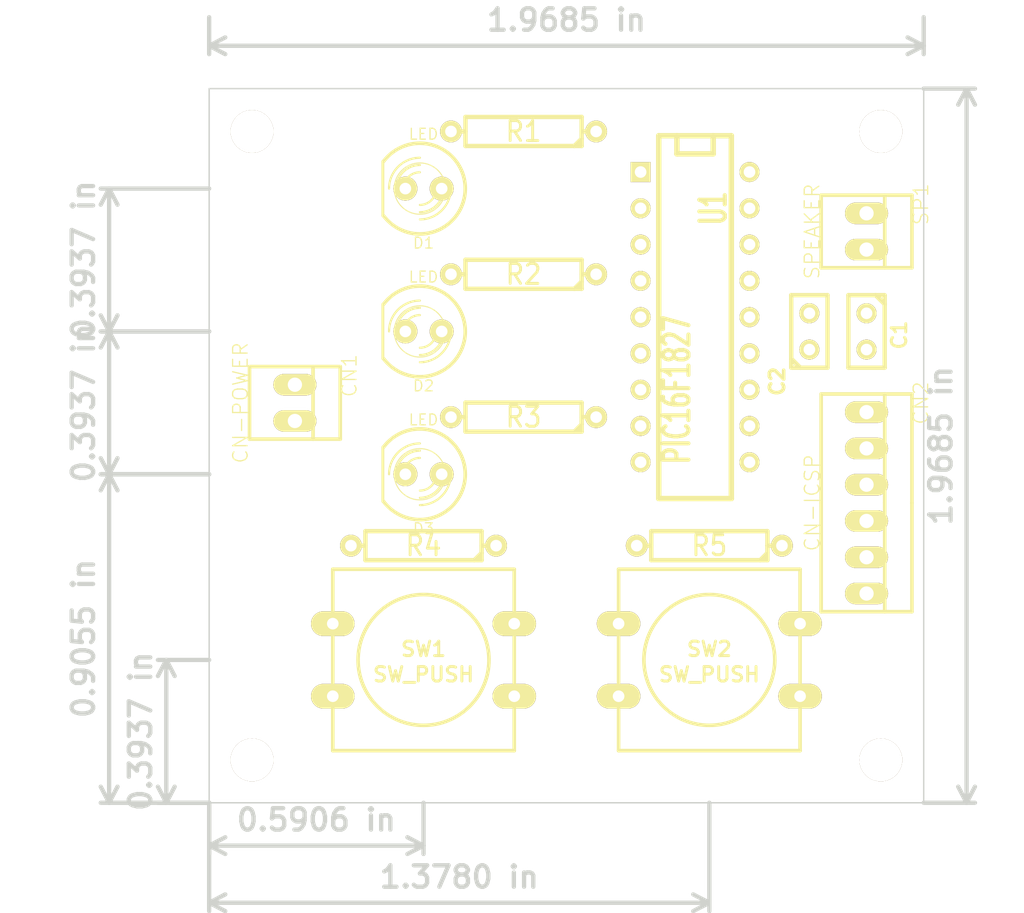
<source format=kicad_pcb>
(kicad_pcb (version 3) (host pcbnew "(2013-07-07 BZR 4022)-stable")

  (general
    (links 33)
    (no_connects 33)
    (area 87.000001 45 159 109.7)
    (thickness 1.6)
    (drawings 12)
    (tracks 0)
    (zones 0)
    (modules 20)
    (nets 17)
  )

  (page A4)
  (title_block 
    (title PIC16F1827_MelodyTimer4)
    (rev 1.0.0)
    (company ClockWorks001)
    (comment 1 PIC16F1827)
  )

  (layers
    (15 F.Cu signal)
    (0 B.Cu signal)
    (16 B.Adhes user)
    (17 F.Adhes user)
    (18 B.Paste user)
    (19 F.Paste user)
    (20 B.SilkS user)
    (21 F.SilkS user)
    (22 B.Mask user)
    (23 F.Mask user)
    (24 Dwgs.User user)
    (25 Cmts.User user)
    (26 Eco1.User user)
    (27 Eco2.User user)
    (28 Edge.Cuts user)
  )

  (setup
    (last_trace_width 0.5)
    (trace_clearance 0.3)
    (zone_clearance 0.508)
    (zone_45_only no)
    (trace_min 0.3)
    (segment_width 0.2)
    (edge_width 0.1)
    (via_size 0.6)
    (via_drill 0.3)
    (via_min_size 0.6)
    (via_min_drill 0.3)
    (uvia_size 0.508)
    (uvia_drill 0.127)
    (uvias_allowed no)
    (uvia_min_size 0.508)
    (uvia_min_drill 0.127)
    (pcb_text_width 0.3)
    (pcb_text_size 1.5 1.5)
    (mod_edge_width 0.15)
    (mod_text_size 1.5 1.5)
    (mod_text_width 0.2)
    (pad_size 1.5 1.5)
    (pad_drill 0.6)
    (pad_to_mask_clearance 0)
    (aux_axis_origin 0 0)
    (visible_elements 7FFFFFFF)
    (pcbplotparams
      (layerselection 3178497)
      (usegerberextensions true)
      (excludeedgelayer true)
      (linewidth 0.150000)
      (plotframeref false)
      (viasonmask false)
      (mode 1)
      (useauxorigin false)
      (hpglpennumber 1)
      (hpglpenspeed 20)
      (hpglpendiameter 15)
      (hpglpenoverlay 2)
      (psnegative false)
      (psa4output false)
      (plotreference true)
      (plotvalue true)
      (plotothertext true)
      (plotinvisibletext false)
      (padsonsilk false)
      (subtractmaskfromsilk false)
      (outputformat 1)
      (mirror false)
      (drillshape 1)
      (scaleselection 1)
      (outputdirectory ""))
  )

  (net 0 "")
  (net 1 +3.3V)
  (net 2 GND)
  (net 3 N-0000011)
  (net 4 N-0000012)
  (net 5 N-0000018)
  (net 6 N-0000019)
  (net 7 N-000002)
  (net 8 N-0000020)
  (net 9 N-0000021)
  (net 10 N-0000022)
  (net 11 N-000003)
  (net 12 N-000004)
  (net 13 N-000005)
  (net 14 N-000007)
  (net 15 N-000008)
  (net 16 N-000009)

  (net_class Default "これは標準のネット クラスです。"
    (clearance 0.3)
    (trace_width 0.5)
    (via_dia 0.6)
    (via_drill 0.3)
    (uvia_dia 0.508)
    (uvia_drill 0.127)
    (add_net "")
    (add_net N-0000011)
    (add_net N-0000012)
    (add_net N-0000018)
    (add_net N-0000019)
    (add_net N-000002)
    (add_net N-0000020)
    (add_net N-0000021)
    (add_net N-0000022)
    (add_net N-000003)
    (add_net N-000004)
    (add_net N-000005)
    (add_net N-000007)
    (add_net N-000008)
    (add_net N-000009)
  )

  (net_class 1.5mmWidth ""
    (clearance 1.3)
    (trace_width 1.5)
    (via_dia 0.6)
    (via_drill 0.3)
    (uvia_dia 0.508)
    (uvia_drill 0.127)
    (add_net +3.3V)
    (add_net GND)
  )

  (net_class 1mmWidth ""
    (clearance 0.8)
    (trace_width 1)
    (via_dia 0.6)
    (via_drill 0.3)
    (uvia_dia 0.508)
    (uvia_drill 0.127)
  )

  (module R4 (layer F.Cu) (tedit 200000) (tstamp 54F6673F)
    (at 122 53 180)
    (descr "Resitance 4 pas")
    (tags R)
    (path /54E936B1)
    (autoplace_cost180 10)
    (fp_text reference R1 (at 0 0 180) (layer F.SilkS)
      (effects (font (size 1.397 1.27) (thickness 0.2032)))
    )
    (fp_text value 330 (at 0 0 180) (layer F.SilkS) hide
      (effects (font (size 1.397 1.27) (thickness 0.2032)))
    )
    (fp_line (start -5.08 0) (end -4.064 0) (layer F.SilkS) (width 0.3048))
    (fp_line (start -4.064 0) (end -4.064 -1.016) (layer F.SilkS) (width 0.3048))
    (fp_line (start -4.064 -1.016) (end 4.064 -1.016) (layer F.SilkS) (width 0.3048))
    (fp_line (start 4.064 -1.016) (end 4.064 1.016) (layer F.SilkS) (width 0.3048))
    (fp_line (start 4.064 1.016) (end -4.064 1.016) (layer F.SilkS) (width 0.3048))
    (fp_line (start -4.064 1.016) (end -4.064 0) (layer F.SilkS) (width 0.3048))
    (fp_line (start -4.064 -0.508) (end -3.556 -1.016) (layer F.SilkS) (width 0.3048))
    (fp_line (start 5.08 0) (end 4.064 0) (layer F.SilkS) (width 0.3048))
    (pad 1 thru_hole circle (at -5.08 0 180) (size 1.524 1.524) (drill 0.8128)
      (layers *.Cu *.Mask F.SilkS)
      (net 5 N-0000018)
    )
    (pad 2 thru_hole circle (at 5.08 0 180) (size 1.524 1.524) (drill 0.8128)
      (layers *.Cu *.Mask F.SilkS)
      (net 6 N-0000019)
    )
    (model discret/resistor.wrl
      (at (xyz 0 0 0))
      (scale (xyz 0.4 0.4 0.4))
      (rotate (xyz 0 0 0))
    )
  )

  (module R4 (layer F.Cu) (tedit 200000) (tstamp 54F66721)
    (at 122 63 180)
    (descr "Resitance 4 pas")
    (tags R)
    (path /54E936CD)
    (autoplace_cost180 10)
    (fp_text reference R2 (at 0 0 180) (layer F.SilkS)
      (effects (font (size 1.397 1.27) (thickness 0.2032)))
    )
    (fp_text value 330 (at 0 0 180) (layer F.SilkS) hide
      (effects (font (size 1.397 1.27) (thickness 0.2032)))
    )
    (fp_line (start -5.08 0) (end -4.064 0) (layer F.SilkS) (width 0.3048))
    (fp_line (start -4.064 0) (end -4.064 -1.016) (layer F.SilkS) (width 0.3048))
    (fp_line (start -4.064 -1.016) (end 4.064 -1.016) (layer F.SilkS) (width 0.3048))
    (fp_line (start 4.064 -1.016) (end 4.064 1.016) (layer F.SilkS) (width 0.3048))
    (fp_line (start 4.064 1.016) (end -4.064 1.016) (layer F.SilkS) (width 0.3048))
    (fp_line (start -4.064 1.016) (end -4.064 0) (layer F.SilkS) (width 0.3048))
    (fp_line (start -4.064 -0.508) (end -3.556 -1.016) (layer F.SilkS) (width 0.3048))
    (fp_line (start 5.08 0) (end 4.064 0) (layer F.SilkS) (width 0.3048))
    (pad 1 thru_hole circle (at -5.08 0 180) (size 1.524 1.524) (drill 0.8128)
      (layers *.Cu *.Mask F.SilkS)
      (net 15 N-000008)
    )
    (pad 2 thru_hole circle (at 5.08 0 180) (size 1.524 1.524) (drill 0.8128)
      (layers *.Cu *.Mask F.SilkS)
      (net 8 N-0000020)
    )
    (model discret/resistor.wrl
      (at (xyz 0 0 0))
      (scale (xyz 0.4 0.4 0.4))
      (rotate (xyz 0 0 0))
    )
  )

  (module R4 (layer F.Cu) (tedit 200000) (tstamp 54F72914)
    (at 122 73 180)
    (descr "Resitance 4 pas")
    (tags R)
    (path /54E936EC)
    (autoplace_cost180 10)
    (fp_text reference R3 (at 0 0 180) (layer F.SilkS)
      (effects (font (size 1.397 1.27) (thickness 0.2032)))
    )
    (fp_text value 330 (at 0 0 180) (layer F.SilkS) hide
      (effects (font (size 1.397 1.27) (thickness 0.2032)))
    )
    (fp_line (start -5.08 0) (end -4.064 0) (layer F.SilkS) (width 0.3048))
    (fp_line (start -4.064 0) (end -4.064 -1.016) (layer F.SilkS) (width 0.3048))
    (fp_line (start -4.064 -1.016) (end 4.064 -1.016) (layer F.SilkS) (width 0.3048))
    (fp_line (start 4.064 -1.016) (end 4.064 1.016) (layer F.SilkS) (width 0.3048))
    (fp_line (start 4.064 1.016) (end -4.064 1.016) (layer F.SilkS) (width 0.3048))
    (fp_line (start -4.064 1.016) (end -4.064 0) (layer F.SilkS) (width 0.3048))
    (fp_line (start -4.064 -0.508) (end -3.556 -1.016) (layer F.SilkS) (width 0.3048))
    (fp_line (start 5.08 0) (end 4.064 0) (layer F.SilkS) (width 0.3048))
    (pad 1 thru_hole circle (at -5.08 0 180) (size 1.524 1.524) (drill 0.8128)
      (layers *.Cu *.Mask F.SilkS)
      (net 16 N-000009)
    )
    (pad 2 thru_hole circle (at 5.08 0 180) (size 1.524 1.524) (drill 0.8128)
      (layers *.Cu *.Mask F.SilkS)
      (net 9 N-0000021)
    )
    (model discret/resistor.wrl
      (at (xyz 0 0 0))
      (scale (xyz 0.4 0.4 0.4))
      (rotate (xyz 0 0 0))
    )
  )

  (module R4 (layer F.Cu) (tedit 200000) (tstamp 54F666E5)
    (at 135 82 180)
    (descr "Resitance 4 pas")
    (tags R)
    (path /54E93E26)
    (autoplace_cost180 10)
    (fp_text reference R5 (at 0 0 180) (layer F.SilkS)
      (effects (font (size 1.397 1.27) (thickness 0.2032)))
    )
    (fp_text value 10K (at 0 0 180) (layer F.SilkS) hide
      (effects (font (size 1.397 1.27) (thickness 0.2032)))
    )
    (fp_line (start -5.08 0) (end -4.064 0) (layer F.SilkS) (width 0.3048))
    (fp_line (start -4.064 0) (end -4.064 -1.016) (layer F.SilkS) (width 0.3048))
    (fp_line (start -4.064 -1.016) (end 4.064 -1.016) (layer F.SilkS) (width 0.3048))
    (fp_line (start 4.064 -1.016) (end 4.064 1.016) (layer F.SilkS) (width 0.3048))
    (fp_line (start 4.064 1.016) (end -4.064 1.016) (layer F.SilkS) (width 0.3048))
    (fp_line (start -4.064 1.016) (end -4.064 0) (layer F.SilkS) (width 0.3048))
    (fp_line (start -4.064 -0.508) (end -3.556 -1.016) (layer F.SilkS) (width 0.3048))
    (fp_line (start 5.08 0) (end 4.064 0) (layer F.SilkS) (width 0.3048))
    (pad 1 thru_hole circle (at -5.08 0 180) (size 1.524 1.524) (drill 0.8128)
      (layers *.Cu *.Mask F.SilkS)
      (net 10 N-0000022)
    )
    (pad 2 thru_hole circle (at 5.08 0 180) (size 1.524 1.524) (drill 0.8128)
      (layers *.Cu *.Mask F.SilkS)
      (net 1 +3.3V)
    )
    (model discret/resistor.wrl
      (at (xyz 0 0 0))
      (scale (xyz 0.4 0.4 0.4))
      (rotate (xyz 0 0 0))
    )
  )

  (module R4 (layer F.Cu) (tedit 200000) (tstamp 54F666C7)
    (at 115 82 180)
    (descr "Resitance 4 pas")
    (tags R)
    (path /54E93F69)
    (autoplace_cost180 10)
    (fp_text reference R4 (at 0 0 180) (layer F.SilkS)
      (effects (font (size 1.397 1.27) (thickness 0.2032)))
    )
    (fp_text value 10K (at 0 0 180) (layer F.SilkS) hide
      (effects (font (size 1.397 1.27) (thickness 0.2032)))
    )
    (fp_line (start -5.08 0) (end -4.064 0) (layer F.SilkS) (width 0.3048))
    (fp_line (start -4.064 0) (end -4.064 -1.016) (layer F.SilkS) (width 0.3048))
    (fp_line (start -4.064 -1.016) (end 4.064 -1.016) (layer F.SilkS) (width 0.3048))
    (fp_line (start 4.064 -1.016) (end 4.064 1.016) (layer F.SilkS) (width 0.3048))
    (fp_line (start 4.064 1.016) (end -4.064 1.016) (layer F.SilkS) (width 0.3048))
    (fp_line (start -4.064 1.016) (end -4.064 0) (layer F.SilkS) (width 0.3048))
    (fp_line (start -4.064 -0.508) (end -3.556 -1.016) (layer F.SilkS) (width 0.3048))
    (fp_line (start 5.08 0) (end 4.064 0) (layer F.SilkS) (width 0.3048))
    (pad 1 thru_hole circle (at -5.08 0 180) (size 1.524 1.524) (drill 0.8128)
      (layers *.Cu *.Mask F.SilkS)
      (net 7 N-000002)
    )
    (pad 2 thru_hole circle (at 5.08 0 180) (size 1.524 1.524) (drill 0.8128)
      (layers *.Cu *.Mask F.SilkS)
      (net 1 +3.3V)
    )
    (model discret/resistor.wrl
      (at (xyz 0 0 0))
      (scale (xyz 0.4 0.4 0.4))
      (rotate (xyz 0 0 0))
    )
  )

  (module SW_PUSH-12mm (layer F.Cu) (tedit 4C612761) (tstamp 54F66777)
    (at 115 90)
    (path /54E93502)
    (fp_text reference SW1 (at 0 -0.762) (layer F.SilkS)
      (effects (font (size 1.016 1.016) (thickness 0.2032)))
    )
    (fp_text value SW_PUSH (at 0 1.016) (layer F.SilkS)
      (effects (font (size 1.016 1.016) (thickness 0.2032)))
    )
    (fp_circle (center 0 0) (end 3.81 2.54) (layer F.SilkS) (width 0.254))
    (fp_line (start -6.35 -6.35) (end 6.35 -6.35) (layer F.SilkS) (width 0.254))
    (fp_line (start 6.35 -6.35) (end 6.35 6.35) (layer F.SilkS) (width 0.254))
    (fp_line (start 6.35 6.35) (end -6.35 6.35) (layer F.SilkS) (width 0.254))
    (fp_line (start -6.35 6.35) (end -6.35 -6.35) (layer F.SilkS) (width 0.254))
    (pad 1 thru_hole oval (at 6.35 -2.54) (size 3.048 1.7272) (drill 0.8128)
      (layers *.Cu *.Mask F.SilkS)
      (net 2 GND)
    )
    (pad 2 thru_hole oval (at 6.35 2.54) (size 3.048 1.7272) (drill 0.8128)
      (layers *.Cu *.Mask F.SilkS)
      (net 7 N-000002)
    )
    (pad 1 thru_hole oval (at -6.35 -2.54) (size 3.048 1.7272) (drill 0.8128)
      (layers *.Cu *.Mask F.SilkS)
      (net 2 GND)
    )
    (pad 2 thru_hole oval (at -6.35 2.54) (size 3.048 1.7272) (drill 0.8128)
      (layers *.Cu *.Mask F.SilkS)
      (net 7 N-000002)
    )
  )

  (module SW_PUSH-12mm (layer F.Cu) (tedit 4C612761) (tstamp 54F6675B)
    (at 135 90)
    (path /54E9355A)
    (fp_text reference SW2 (at 0 -0.762) (layer F.SilkS)
      (effects (font (size 1.016 1.016) (thickness 0.2032)))
    )
    (fp_text value SW_PUSH (at 0 1.016) (layer F.SilkS)
      (effects (font (size 1.016 1.016) (thickness 0.2032)))
    )
    (fp_circle (center 0 0) (end 3.81 2.54) (layer F.SilkS) (width 0.254))
    (fp_line (start -6.35 -6.35) (end 6.35 -6.35) (layer F.SilkS) (width 0.254))
    (fp_line (start 6.35 -6.35) (end 6.35 6.35) (layer F.SilkS) (width 0.254))
    (fp_line (start 6.35 6.35) (end -6.35 6.35) (layer F.SilkS) (width 0.254))
    (fp_line (start -6.35 6.35) (end -6.35 -6.35) (layer F.SilkS) (width 0.254))
    (pad 1 thru_hole oval (at 6.35 -2.54) (size 3.048 1.7272) (drill 0.8128)
      (layers *.Cu *.Mask F.SilkS)
      (net 2 GND)
    )
    (pad 2 thru_hole oval (at 6.35 2.54) (size 3.048 1.7272) (drill 0.8128)
      (layers *.Cu *.Mask F.SilkS)
      (net 10 N-0000022)
    )
    (pad 1 thru_hole oval (at -6.35 -2.54) (size 3.048 1.7272) (drill 0.8128)
      (layers *.Cu *.Mask F.SilkS)
      (net 2 GND)
    )
    (pad 2 thru_hole oval (at -6.35 2.54) (size 3.048 1.7272) (drill 0.8128)
      (layers *.Cu *.Mask F.SilkS)
      (net 10 N-0000022)
    )
  )

  (module PINHEAD1-6 (layer F.Cu) (tedit 4C5EDF69) (tstamp 54F666A9)
    (at 146 79 270)
    (path /54E94800)
    (attr virtual)
    (fp_text reference CN2 (at -6.985 -3.81 270) (layer F.SilkS)
      (effects (font (size 1.016 1.016) (thickness 0.0889)))
    )
    (fp_text value CN-ICSP (at 0 3.81 270) (layer F.SilkS)
      (effects (font (size 1.016 1.016) (thickness 0.0889)))
    )
    (fp_line (start 0 3.175) (end 7.62 3.175) (layer F.SilkS) (width 0.254))
    (fp_line (start 0 -1.27) (end 7.62 -1.27) (layer F.SilkS) (width 0.254))
    (fp_line (start 0 -3.175) (end 7.62 -3.175) (layer F.SilkS) (width 0.254))
    (fp_line (start -7.62 -3.175) (end -7.62 3.175) (layer F.SilkS) (width 0.254))
    (fp_line (start 7.62 -3.175) (end 7.62 3.175) (layer F.SilkS) (width 0.254))
    (fp_line (start 0 -1.27) (end -7.62 -1.27) (layer F.SilkS) (width 0.254))
    (fp_line (start -7.62 -3.175) (end 0 -3.175) (layer F.SilkS) (width 0.254))
    (fp_line (start 0 3.175) (end -7.62 3.175) (layer F.SilkS) (width 0.254))
    (pad 1 thru_hole oval (at -6.35 0 270) (size 1.50622 3.01498) (drill 0.99822)
      (layers *.Cu F.Paste F.SilkS F.Mask)
      (net 13 N-000005)
    )
    (pad 2 thru_hole oval (at -3.81 0 270) (size 1.50622 3.01498) (drill 0.99822)
      (layers *.Cu F.Paste F.SilkS F.Mask)
      (net 1 +3.3V)
    )
    (pad 3 thru_hole oval (at -1.27 0 270) (size 1.50622 3.01498) (drill 0.99822)
      (layers *.Cu F.Paste F.SilkS F.Mask)
      (net 2 GND)
    )
    (pad 4 thru_hole oval (at 1.27 0 270) (size 1.50622 3.01498) (drill 0.99822)
      (layers *.Cu F.Paste F.SilkS F.Mask)
      (net 4 N-0000012)
    )
    (pad 5 thru_hole oval (at 3.81 0 270) (size 1.50622 3.01498) (drill 0.99822)
      (layers *.Cu F.Paste F.SilkS F.Mask)
      (net 14 N-000007)
    )
    (pad 6 thru_hole oval (at 6.35 0 270) (size 1.50622 3.01498) (drill 0.99822)
      (layers *.Cu F.Paste F.SilkS F.Mask)
    )
  )

  (module PINHEAD1-2 (layer F.Cu) (tedit 4C5EDFB2) (tstamp 54F66683)
    (at 106 72 270)
    (path /54E9481E)
    (attr virtual)
    (fp_text reference CN1 (at -1.905 -3.81 270) (layer F.SilkS)
      (effects (font (size 1.016 1.016) (thickness 0.0889)))
    )
    (fp_text value CN-POWER (at 0 3.81 270) (layer F.SilkS)
      (effects (font (size 1.016 1.016) (thickness 0.0889)))
    )
    (fp_line (start 2.54 -1.27) (end -2.54 -1.27) (layer F.SilkS) (width 0.254))
    (fp_line (start 2.54 3.175) (end -2.54 3.175) (layer F.SilkS) (width 0.254))
    (fp_line (start -2.54 -3.175) (end 2.54 -3.175) (layer F.SilkS) (width 0.254))
    (fp_line (start -2.54 -3.175) (end -2.54 3.175) (layer F.SilkS) (width 0.254))
    (fp_line (start 2.54 -3.175) (end 2.54 3.175) (layer F.SilkS) (width 0.254))
    (pad 1 thru_hole oval (at -1.27 0 270) (size 1.50622 3.01498) (drill 0.99822)
      (layers *.Cu F.Paste F.SilkS F.Mask)
      (net 1 +3.3V)
    )
    (pad 2 thru_hole oval (at 1.27 0 270) (size 1.50622 3.01498) (drill 0.99822)
      (layers *.Cu F.Paste F.SilkS F.Mask)
      (net 2 GND)
    )
  )

  (module PINHEAD1-2 (layer F.Cu) (tedit 4C5EDFB2) (tstamp 54F6666B)
    (at 146 60 270)
    (path /54E95E92)
    (attr virtual)
    (fp_text reference SP1 (at -1.905 -3.81 270) (layer F.SilkS)
      (effects (font (size 1.016 1.016) (thickness 0.0889)))
    )
    (fp_text value SPEAKER (at 0 3.81 270) (layer F.SilkS)
      (effects (font (size 1.016 1.016) (thickness 0.0889)))
    )
    (fp_line (start 2.54 -1.27) (end -2.54 -1.27) (layer F.SilkS) (width 0.254))
    (fp_line (start 2.54 3.175) (end -2.54 3.175) (layer F.SilkS) (width 0.254))
    (fp_line (start -2.54 -3.175) (end 2.54 -3.175) (layer F.SilkS) (width 0.254))
    (fp_line (start -2.54 -3.175) (end -2.54 3.175) (layer F.SilkS) (width 0.254))
    (fp_line (start 2.54 -3.175) (end 2.54 3.175) (layer F.SilkS) (width 0.254))
    (pad 1 thru_hole oval (at -1.27 0 270) (size 1.50622 3.01498) (drill 0.99822)
      (layers *.Cu F.Paste F.SilkS F.Mask)
      (net 3 N-0000011)
    )
    (pad 2 thru_hole oval (at 1.27 0 270) (size 1.50622 3.01498) (drill 0.99822)
      (layers *.Cu F.Paste F.SilkS F.Mask)
      (net 12 N-000004)
    )
  )

  (module LED-5MM (layer F.Cu) (tedit 50ADE86B) (tstamp 54F66653)
    (at 115 57 180)
    (descr "LED 5mm - Lead pitch 100mil (2,54mm)")
    (tags "LED led 5mm 5MM 100mil 2,54mm")
    (path /54E93581)
    (fp_text reference D1 (at 0 -3.81 180) (layer F.SilkS)
      (effects (font (size 0.762 0.762) (thickness 0.0889)))
    )
    (fp_text value LED (at 0 3.81 180) (layer F.SilkS)
      (effects (font (size 0.762 0.762) (thickness 0.0889)))
    )
    (fp_line (start 2.8448 1.905) (end 2.8448 -1.905) (layer F.SilkS) (width 0.2032))
    (fp_circle (center 0.254 0) (end -1.016 1.27) (layer F.SilkS) (width 0.0762))
    (fp_arc (start 0.254 0) (end 2.794 1.905) (angle 286.2) (layer F.SilkS) (width 0.254))
    (fp_arc (start 0.254 0) (end -0.889 0) (angle 90) (layer F.SilkS) (width 0.1524))
    (fp_arc (start 0.254 0) (end 1.397 0) (angle 90) (layer F.SilkS) (width 0.1524))
    (fp_arc (start 0.254 0) (end -1.397 0) (angle 90) (layer F.SilkS) (width 0.1524))
    (fp_arc (start 0.254 0) (end 1.905 0) (angle 90) (layer F.SilkS) (width 0.1524))
    (fp_arc (start 0.254 0) (end -1.905 0) (angle 90) (layer F.SilkS) (width 0.1524))
    (fp_arc (start 0.254 0) (end 2.413 0) (angle 90) (layer F.SilkS) (width 0.1524))
    (pad 1 thru_hole circle (at -1.27 0 180) (size 1.6764 1.6764) (drill 0.8128)
      (layers *.Cu *.Mask F.SilkS)
      (net 6 N-0000019)
    )
    (pad 2 thru_hole circle (at 1.27 0 180) (size 1.6764 1.6764) (drill 0.8128)
      (layers *.Cu *.Mask F.SilkS)
      (net 2 GND)
    )
    (model discret/leds/led5_vertical_verde.wrl
      (at (xyz 0 0 0))
      (scale (xyz 1 1 1))
      (rotate (xyz 0 0 0))
    )
  )

  (module LED-5MM (layer F.Cu) (tedit 50ADE86B) (tstamp 54F66633)
    (at 115 67 180)
    (descr "LED 5mm - Lead pitch 100mil (2,54mm)")
    (tags "LED led 5mm 5MM 100mil 2,54mm")
    (path /54E935C4)
    (fp_text reference D2 (at 0 -3.81 180) (layer F.SilkS)
      (effects (font (size 0.762 0.762) (thickness 0.0889)))
    )
    (fp_text value LED (at 0 3.81 180) (layer F.SilkS)
      (effects (font (size 0.762 0.762) (thickness 0.0889)))
    )
    (fp_line (start 2.8448 1.905) (end 2.8448 -1.905) (layer F.SilkS) (width 0.2032))
    (fp_circle (center 0.254 0) (end -1.016 1.27) (layer F.SilkS) (width 0.0762))
    (fp_arc (start 0.254 0) (end 2.794 1.905) (angle 286.2) (layer F.SilkS) (width 0.254))
    (fp_arc (start 0.254 0) (end -0.889 0) (angle 90) (layer F.SilkS) (width 0.1524))
    (fp_arc (start 0.254 0) (end 1.397 0) (angle 90) (layer F.SilkS) (width 0.1524))
    (fp_arc (start 0.254 0) (end -1.397 0) (angle 90) (layer F.SilkS) (width 0.1524))
    (fp_arc (start 0.254 0) (end 1.905 0) (angle 90) (layer F.SilkS) (width 0.1524))
    (fp_arc (start 0.254 0) (end -1.905 0) (angle 90) (layer F.SilkS) (width 0.1524))
    (fp_arc (start 0.254 0) (end 2.413 0) (angle 90) (layer F.SilkS) (width 0.1524))
    (pad 1 thru_hole circle (at -1.27 0 180) (size 1.6764 1.6764) (drill 0.8128)
      (layers *.Cu *.Mask F.SilkS)
      (net 8 N-0000020)
    )
    (pad 2 thru_hole circle (at 1.27 0 180) (size 1.6764 1.6764) (drill 0.8128)
      (layers *.Cu *.Mask F.SilkS)
      (net 2 GND)
    )
    (model discret/leds/led5_vertical_verde.wrl
      (at (xyz 0 0 0))
      (scale (xyz 1 1 1))
      (rotate (xyz 0 0 0))
    )
  )

  (module LED-5MM (layer F.Cu) (tedit 50ADE86B) (tstamp 54F66613)
    (at 115 77 180)
    (descr "LED 5mm - Lead pitch 100mil (2,54mm)")
    (tags "LED led 5mm 5MM 100mil 2,54mm")
    (path /54E935CC)
    (fp_text reference D3 (at 0 -3.81 180) (layer F.SilkS)
      (effects (font (size 0.762 0.762) (thickness 0.0889)))
    )
    (fp_text value LED (at 0 3.81 180) (layer F.SilkS)
      (effects (font (size 0.762 0.762) (thickness 0.0889)))
    )
    (fp_line (start 2.8448 1.905) (end 2.8448 -1.905) (layer F.SilkS) (width 0.2032))
    (fp_circle (center 0.254 0) (end -1.016 1.27) (layer F.SilkS) (width 0.0762))
    (fp_arc (start 0.254 0) (end 2.794 1.905) (angle 286.2) (layer F.SilkS) (width 0.254))
    (fp_arc (start 0.254 0) (end -0.889 0) (angle 90) (layer F.SilkS) (width 0.1524))
    (fp_arc (start 0.254 0) (end 1.397 0) (angle 90) (layer F.SilkS) (width 0.1524))
    (fp_arc (start 0.254 0) (end -1.397 0) (angle 90) (layer F.SilkS) (width 0.1524))
    (fp_arc (start 0.254 0) (end 1.905 0) (angle 90) (layer F.SilkS) (width 0.1524))
    (fp_arc (start 0.254 0) (end -1.905 0) (angle 90) (layer F.SilkS) (width 0.1524))
    (fp_arc (start 0.254 0) (end 2.413 0) (angle 90) (layer F.SilkS) (width 0.1524))
    (pad 1 thru_hole circle (at -1.27 0 180) (size 1.6764 1.6764) (drill 0.8128)
      (layers *.Cu *.Mask F.SilkS)
      (net 9 N-0000021)
    )
    (pad 2 thru_hole circle (at 1.27 0 180) (size 1.6764 1.6764) (drill 0.8128)
      (layers *.Cu *.Mask F.SilkS)
      (net 2 GND)
    )
    (model discret/leds/led5_vertical_verde.wrl
      (at (xyz 0 0 0))
      (scale (xyz 1 1 1))
      (rotate (xyz 0 0 0))
    )
  )

  (module DIP-18__300 (layer F.Cu) (tedit 200000) (tstamp 54F665F3)
    (at 134 66 270)
    (descr "8 pins DIL package, round pads")
    (path /54E933CD)
    (fp_text reference U1 (at -7.62 -1.27 270) (layer F.SilkS)
      (effects (font (size 1.778 1.143) (thickness 0.3048)))
    )
    (fp_text value PIC16F1827 (at 5.08 1.27 270) (layer F.SilkS)
      (effects (font (size 1.778 1.143) (thickness 0.3048)))
    )
    (fp_line (start -12.7 -1.27) (end -11.43 -1.27) (layer F.SilkS) (width 0.381))
    (fp_line (start -11.43 -1.27) (end -11.43 1.27) (layer F.SilkS) (width 0.381))
    (fp_line (start -11.43 1.27) (end -12.7 1.27) (layer F.SilkS) (width 0.381))
    (fp_line (start -12.7 -2.54) (end 12.7 -2.54) (layer F.SilkS) (width 0.381))
    (fp_line (start 12.7 -2.54) (end 12.7 2.54) (layer F.SilkS) (width 0.381))
    (fp_line (start 12.7 2.54) (end -12.7 2.54) (layer F.SilkS) (width 0.381))
    (fp_line (start -12.7 2.54) (end -12.7 -2.54) (layer F.SilkS) (width 0.381))
    (pad 1 thru_hole rect (at -10.16 3.81 270) (size 1.397 1.397) (drill 0.8128)
      (layers *.Cu *.Mask F.SilkS)
    )
    (pad 2 thru_hole circle (at -7.62 3.81 270) (size 1.397 1.397) (drill 0.8128)
      (layers *.Cu *.Mask F.SilkS)
    )
    (pad 3 thru_hole circle (at -5.08 3.81 270) (size 1.397 1.397) (drill 0.8128)
      (layers *.Cu *.Mask F.SilkS)
      (net 7 N-000002)
    )
    (pad 4 thru_hole circle (at -2.54 3.81 270) (size 1.397 1.397) (drill 0.8128)
      (layers *.Cu *.Mask F.SilkS)
      (net 13 N-000005)
    )
    (pad 5 thru_hole circle (at 0 3.81 270) (size 1.397 1.397) (drill 0.8128)
      (layers *.Cu *.Mask F.SilkS)
      (net 2 GND)
    )
    (pad 6 thru_hole circle (at 2.54 3.81 270) (size 1.397 1.397) (drill 0.8128)
      (layers *.Cu *.Mask F.SilkS)
      (net 10 N-0000022)
    )
    (pad 7 thru_hole circle (at 5.08 3.81 270) (size 1.397 1.397) (drill 0.8128)
      (layers *.Cu *.Mask F.SilkS)
      (net 5 N-0000018)
    )
    (pad 8 thru_hole circle (at 7.62 3.81 270) (size 1.397 1.397) (drill 0.8128)
      (layers *.Cu *.Mask F.SilkS)
      (net 15 N-000008)
    )
    (pad 9 thru_hole circle (at 10.16 3.81 270) (size 1.397 1.397) (drill 0.8128)
      (layers *.Cu *.Mask F.SilkS)
      (net 16 N-000009)
    )
    (pad 10 thru_hole circle (at 10.16 -3.81 270) (size 1.397 1.397) (drill 0.8128)
      (layers *.Cu *.Mask F.SilkS)
    )
    (pad 11 thru_hole circle (at 7.62 -3.81 270) (size 1.397 1.397) (drill 0.8128)
      (layers *.Cu *.Mask F.SilkS)
    )
    (pad 12 thru_hole circle (at 5.08 -3.81 270) (size 1.397 1.397) (drill 0.8128)
      (layers *.Cu *.Mask F.SilkS)
      (net 14 N-000007)
    )
    (pad 13 thru_hole circle (at 2.54 -3.81 270) (size 1.397 1.397) (drill 0.8128)
      (layers *.Cu *.Mask F.SilkS)
      (net 4 N-0000012)
    )
    (pad 14 thru_hole circle (at 0 -3.81 270) (size 1.397 1.397) (drill 0.8128)
      (layers *.Cu *.Mask F.SilkS)
      (net 1 +3.3V)
    )
    (pad 15 thru_hole circle (at -2.54 -3.81 270) (size 1.397 1.397) (drill 0.8128)
      (layers *.Cu *.Mask F.SilkS)
      (net 11 N-000003)
    )
    (pad 16 thru_hole circle (at -5.08 -3.81 270) (size 1.397 1.397) (drill 0.8128)
      (layers *.Cu *.Mask F.SilkS)
      (net 3 N-0000011)
    )
    (pad 17 thru_hole circle (at -7.62 -3.81 270) (size 1.397 1.397) (drill 0.8128)
      (layers *.Cu *.Mask F.SilkS)
    )
    (pad 18 thru_hole circle (at -10.16 -3.81 270) (size 1.397 1.397) (drill 0.8128)
      (layers *.Cu *.Mask F.SilkS)
    )
    (model dil/dil_18.wrl
      (at (xyz 0 0 0))
      (scale (xyz 1 1 1))
      (rotate (xyz 0 0 0))
    )
  )

  (module C1 (layer F.Cu) (tedit 3F92C496) (tstamp 54F665B7)
    (at 146 67 270)
    (descr "Condensateur e = 1 pas")
    (tags C)
    (path /54E93762)
    (fp_text reference C1 (at 0.254 -2.286 270) (layer F.SilkS)
      (effects (font (size 1.016 1.016) (thickness 0.2032)))
    )
    (fp_text value 10uF (at 0 -2.286 270) (layer F.SilkS) hide
      (effects (font (size 1.016 1.016) (thickness 0.2032)))
    )
    (fp_line (start -2.4892 -1.27) (end 2.54 -1.27) (layer F.SilkS) (width 0.3048))
    (fp_line (start 2.54 -1.27) (end 2.54 1.27) (layer F.SilkS) (width 0.3048))
    (fp_line (start 2.54 1.27) (end -2.54 1.27) (layer F.SilkS) (width 0.3048))
    (fp_line (start -2.54 1.27) (end -2.54 -1.27) (layer F.SilkS) (width 0.3048))
    (fp_line (start -2.54 -0.635) (end -1.905 -1.27) (layer F.SilkS) (width 0.3048))
    (pad 1 thru_hole circle (at -1.27 0 270) (size 1.397 1.397) (drill 0.8128)
      (layers *.Cu *.Mask F.SilkS)
      (net 12 N-000004)
    )
    (pad 2 thru_hole circle (at 1.27 0 270) (size 1.397 1.397) (drill 0.8128)
      (layers *.Cu *.Mask F.SilkS)
      (net 11 N-000003)
    )
    (model discret/capa_1_pas.wrl
      (at (xyz 0 0 0))
      (scale (xyz 1 1 1))
      (rotate (xyz 0 0 0))
    )
  )

  (module C1 (layer F.Cu) (tedit 54F2C216) (tstamp 54F6659F)
    (at 142 67 90)
    (descr "Condensateur e = 1 pas")
    (tags C)
    (path /54E93FFC)
    (fp_text reference C2 (at -3.5 -2.25 90) (layer F.SilkS)
      (effects (font (size 1 1) (thickness 0.25)))
    )
    (fp_text value 0.1uF (at 0 -2.286 90) (layer F.SilkS) hide
      (effects (font (size 1.016 1.016) (thickness 0.2032)))
    )
    (fp_line (start -2.4892 -1.27) (end 2.54 -1.27) (layer F.SilkS) (width 0.3048))
    (fp_line (start 2.54 -1.27) (end 2.54 1.27) (layer F.SilkS) (width 0.3048))
    (fp_line (start 2.54 1.27) (end -2.54 1.27) (layer F.SilkS) (width 0.3048))
    (fp_line (start -2.54 1.27) (end -2.54 -1.27) (layer F.SilkS) (width 0.3048))
    (fp_line (start -2.54 -0.635) (end -1.905 -1.27) (layer F.SilkS) (width 0.3048))
    (pad 1 thru_hole circle (at -1.27 0 90) (size 1.397 1.397) (drill 0.8128)
      (layers *.Cu *.Mask F.SilkS)
      (net 2 GND)
    )
    (pad 2 thru_hole circle (at 1.27 0 90) (size 1.397 1.397) (drill 0.8128)
      (layers *.Cu *.Mask F.SilkS)
      (net 1 +3.3V)
    )
    (model discret/capa_1_pas.wrl
      (at (xyz 0 0 0))
      (scale (xyz 1 1 1))
      (rotate (xyz 0 0 0))
    )
  )

  (module HOLE_M3 (layer F.Cu) (tedit 50EFFF5E) (tstamp 54F5B97C)
    (at 103 53)
    (fp_text reference Ref** (at 0 0) (layer F.SilkS) hide
      (effects (font (size 1.00076 1.00076) (thickness 0.20066)))
    )
    (fp_text value Val** (at 0 0) (layer F.SilkS) hide
      (effects (font (size 1.00076 1.00076) (thickness 0.20066)))
    )
    (pad "" thru_hole circle (at 0 0) (size 2.99974 2.99974) (drill 2.99974)
      (layers *.Cu *.Mask F.SilkS)
      (clearance 1.50114)
    )
  )

  (module HOLE_M3 (layer F.Cu) (tedit 50EFFF5E) (tstamp 54F5BFB9)
    (at 147 53)
    (fp_text reference Ref** (at 0 0) (layer F.SilkS) hide
      (effects (font (size 1.00076 1.00076) (thickness 0.20066)))
    )
    (fp_text value Val** (at 0 0) (layer F.SilkS) hide
      (effects (font (size 1.00076 1.00076) (thickness 0.20066)))
    )
    (pad "" thru_hole circle (at 0 0) (size 2.99974 2.99974) (drill 2.99974)
      (layers *.Cu *.Mask F.SilkS)
      (clearance 1.50114)
    )
  )

  (module HOLE_M3 (layer F.Cu) (tedit 50EFFF5E) (tstamp 54F5BFC2)
    (at 147 97)
    (fp_text reference Ref** (at 0 0) (layer F.SilkS) hide
      (effects (font (size 1.00076 1.00076) (thickness 0.20066)))
    )
    (fp_text value Val** (at 0 0) (layer F.SilkS) hide
      (effects (font (size 1.00076 1.00076) (thickness 0.20066)))
    )
    (pad "" thru_hole circle (at 0 0) (size 2.99974 2.99974) (drill 2.99974)
      (layers *.Cu *.Mask F.SilkS)
      (clearance 1.50114)
    )
  )

  (module HOLE_M3 (layer F.Cu) (tedit 50EFFF5E) (tstamp 54F5BFCB)
    (at 103 97)
    (fp_text reference Ref** (at 0 0) (layer F.SilkS) hide
      (effects (font (size 1.00076 1.00076) (thickness 0.20066)))
    )
    (fp_text value Val** (at 0 0) (layer F.SilkS) hide
      (effects (font (size 1.00076 1.00076) (thickness 0.20066)))
    )
    (pad "" thru_hole circle (at 0 0) (size 2.99974 2.99974) (drill 2.99974)
      (layers *.Cu *.Mask F.SilkS)
      (clearance 1.50114)
    )
  )

  (dimension 50 (width 0.3) (layer Edge.Cuts)
    (gr_text 50.0mm (at 154.349999 75 270) (layer Edge.Cuts)
      (effects (font (size 1.5 1.5) (thickness 0.3)))
    )
    (feature1 (pts (xy 150 100) (xy 155.699999 100)))
    (feature2 (pts (xy 150 50) (xy 155.699999 50)))
    (crossbar (pts (xy 152.999999 50) (xy 152.999999 100)))
    (arrow1a (pts (xy 152.999999 100) (xy 152.413579 98.873497)))
    (arrow1b (pts (xy 152.999999 100) (xy 153.586419 98.873497)))
    (arrow2a (pts (xy 152.999999 50) (xy 152.413579 51.126503)))
    (arrow2b (pts (xy 152.999999 50) (xy 153.586419 51.126503)))
  )
  (dimension 10 (width 0.3) (layer Edge.Cuts)
    (gr_text 10.0mm (at 91.65 62 90) (layer Edge.Cuts)
      (effects (font (size 1.5 1.5) (thickness 0.3)))
    )
    (feature1 (pts (xy 100 57) (xy 90.3 57)))
    (feature2 (pts (xy 100 67) (xy 90.3 67)))
    (crossbar (pts (xy 93 67) (xy 93 57)))
    (arrow1a (pts (xy 93 57) (xy 93.58642 58.126503)))
    (arrow1b (pts (xy 93 57) (xy 92.41358 58.126503)))
    (arrow2a (pts (xy 93 67) (xy 93.58642 65.873497)))
    (arrow2b (pts (xy 93 67) (xy 92.41358 65.873497)))
  )
  (dimension 10 (width 0.3) (layer Edge.Cuts)
    (gr_text 10.0mm (at 91.65 72 90) (layer Edge.Cuts)
      (effects (font (size 1.5 1.5) (thickness 0.3)))
    )
    (feature1 (pts (xy 100 67) (xy 90.3 67)))
    (feature2 (pts (xy 100 77) (xy 90.3 77)))
    (crossbar (pts (xy 93 77) (xy 93 67)))
    (arrow1a (pts (xy 93 67) (xy 93.58642 68.126503)))
    (arrow1b (pts (xy 93 67) (xy 92.41358 68.126503)))
    (arrow2a (pts (xy 93 77) (xy 93.58642 75.873497)))
    (arrow2b (pts (xy 93 77) (xy 92.41358 75.873497)))
  )
  (dimension 23 (width 0.3) (layer Edge.Cuts)
    (gr_text 23.0mm (at 91.65 88.5 90) (layer Edge.Cuts)
      (effects (font (size 1.5 1.5) (thickness 0.3)))
    )
    (feature1 (pts (xy 100 77) (xy 90.3 77)))
    (feature2 (pts (xy 100 100) (xy 90.3 100)))
    (crossbar (pts (xy 93 100) (xy 93 77)))
    (arrow1a (pts (xy 93 77) (xy 93.58642 78.126503)))
    (arrow1b (pts (xy 93 77) (xy 92.41358 78.126503)))
    (arrow2a (pts (xy 93 100) (xy 93.58642 98.873497)))
    (arrow2b (pts (xy 93 100) (xy 92.41358 98.873497)))
  )
  (dimension 10 (width 0.3) (layer Edge.Cuts)
    (gr_text 10.0mm (at 95.65 95 90) (layer Edge.Cuts)
      (effects (font (size 1.5 1.5) (thickness 0.3)))
    )
    (feature1 (pts (xy 100 90) (xy 94.3 90)))
    (feature2 (pts (xy 100 100) (xy 94.3 100)))
    (crossbar (pts (xy 97 100) (xy 97 90)))
    (arrow1a (pts (xy 97 90) (xy 97.58642 91.126503)))
    (arrow1b (pts (xy 97 90) (xy 96.41358 91.126503)))
    (arrow2a (pts (xy 97 100) (xy 97.58642 98.873497)))
    (arrow2b (pts (xy 97 100) (xy 96.41358 98.873497)))
  )
  (dimension 35 (width 0.3) (layer Edge.Cuts)
    (gr_text 35.0mm (at 117.5 108.349999) (layer Edge.Cuts)
      (effects (font (size 1.5 1.5) (thickness 0.3)))
    )
    (feature1 (pts (xy 135 100) (xy 135 109.699999)))
    (feature2 (pts (xy 100 100) (xy 100 109.699999)))
    (crossbar (pts (xy 100 106.999999) (xy 135 106.999999)))
    (arrow1a (pts (xy 135 106.999999) (xy 133.873497 107.586419)))
    (arrow1b (pts (xy 135 106.999999) (xy 133.873497 106.413579)))
    (arrow2a (pts (xy 100 106.999999) (xy 101.126503 107.586419)))
    (arrow2b (pts (xy 100 106.999999) (xy 101.126503 106.413579)))
  )
  (dimension 15 (width 0.3) (layer Edge.Cuts)
    (gr_text 15.0mm (at 107.5 104.349999) (layer Edge.Cuts)
      (effects (font (size 1.5 1.5) (thickness 0.3)))
    )
    (feature1 (pts (xy 115 100) (xy 115 105.699999)))
    (feature2 (pts (xy 100 100) (xy 100 105.699999)))
    (crossbar (pts (xy 100 102.999999) (xy 115 102.999999)))
    (arrow1a (pts (xy 115 102.999999) (xy 113.873497 103.586419)))
    (arrow1b (pts (xy 115 102.999999) (xy 113.873497 102.413579)))
    (arrow2a (pts (xy 100 102.999999) (xy 101.126503 103.586419)))
    (arrow2b (pts (xy 100 102.999999) (xy 101.126503 102.413579)))
  )
  (gr_line (start 100 100) (end 100 50) (angle 90) (layer Edge.Cuts) (width 0.1))
  (gr_line (start 150 100) (end 100 100) (angle 90) (layer Edge.Cuts) (width 0.1))
  (gr_line (start 150 50) (end 150 100) (angle 90) (layer Edge.Cuts) (width 0.1))
  (gr_line (start 100 50) (end 150 50) (angle 90) (layer Edge.Cuts) (width 0.1))
  (dimension 50 (width 0.3) (layer Edge.Cuts)
    (gr_text 50.0mm (at 125 48.349999) (layer Edge.Cuts)
      (effects (font (size 1.5 1.5) (thickness 0.3)))
    )
    (feature1 (pts (xy 150 45) (xy 150 49.699999)))
    (feature2 (pts (xy 100 45) (xy 100 49.699999)))
    (crossbar (pts (xy 100 46.999999) (xy 150 46.999999)))
    (arrow1a (pts (xy 150 46.999999) (xy 148.873497 47.586419)))
    (arrow1b (pts (xy 150 46.999999) (xy 148.873497 46.413579)))
    (arrow2a (pts (xy 100 46.999999) (xy 101.126503 47.586419)))
    (arrow2b (pts (xy 100 46.999999) (xy 101.126503 46.413579)))
  )

)

</source>
